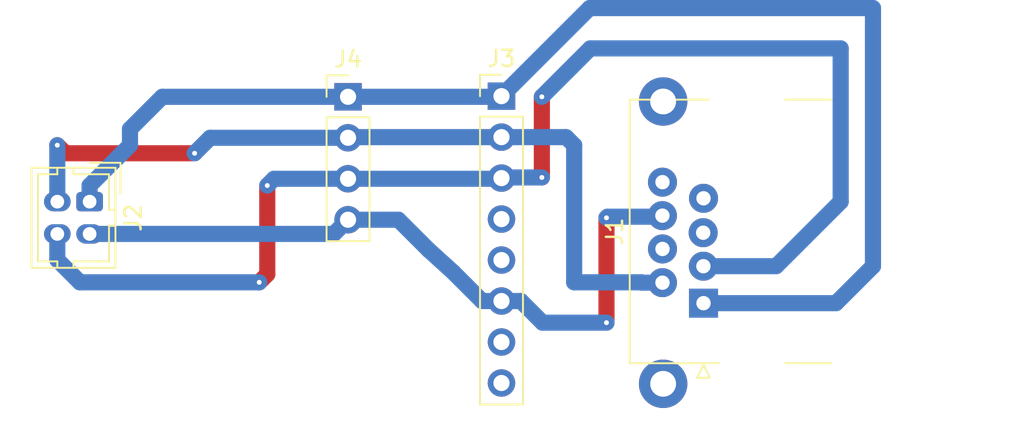
<source format=kicad_pcb>
(kicad_pcb (version 20240108) (generator "pcbnew") (generator_version "8.0")
  (layers (0 "F.Cu" signal) (31 "B.Cu" signal) (34 "B.Paste" user) (35 "F.Paste" user) (36 "B.SilkS" user "B.Silkscreen") (37 "F.SilkS" user "F.Silkscreen") (38 "B.Mask" user) (39 "F.Mask" user) (44 "Edge.Cuts" user))
  (net 0 "")
  (net 1 "/TXN")
  (net 3 "/RXN")
  (net 4 "Net-(J3-Pin_7)")
  (net 5 "Net-(J3-Pin_8)")
  (net 6 "Net-(J3-Pin_5)")
  (net 7 "/RXP")
  (net 8 "Net-(J3-Pin_4)")
  (net 9 "/TXP")
  (footprint "Connector_Hirose:Hirose_DF11-4DP-2DSA_2x02_P2.00mm_Vertical" (layer "F.Cu") (at 124.5 116 -90)
    (property "Reference" "J2" (at 1 -2.7 90) (layer "F.SilkS"))
    (property "Value" "Conn_02x02_Counter_Clockwise")
    (fp_line (start -2.1 3.6) (end 4.1 3.6) (stroke (width 0.12)) (layer "F.SilkS"))
    (fp_line (start 4.1 3.6) (end 4.1 -1.6) (stroke (width 0.12)) (layer "F.SilkS"))
    (fp_line (start -1.7 3.2) (end 3.7 3.2) (stroke (width 0.12)) (layer "F.SilkS"))
    (fp_line (start 3.7 3.2) (end 3.7 2) (stroke (width 0.12)) (layer "F.SilkS"))
    (fp_line (start -2.1 2) (end -1.7 2) (stroke (width 0.12)) (layer "F.SilkS"))
    (fp_line (start -1.7 2) (end -1.7 3.2) (stroke (width 0.12)) (layer "F.SilkS"))
    (fp_line (start 3.7 2) (end 4.1 2) (stroke (width 0.12)) (layer "F.SilkS"))
    (fp_line (start -2.1 1) (end -1.7 1) (stroke (width 0.12)) (layer "F.SilkS"))
    (fp_line (start -1.7 1) (end -1.7 -1.2) (stroke (width 0.12)) (layer "F.SilkS"))
    (fp_line (start 3.7 1) (end 3.7 -1.2) (stroke (width 0.12)) (layer "F.SilkS"))
    (fp_line (start 4.1 1) (end 3.7 1) (stroke (width 0.12)) (layer "F.SilkS"))
    (fp_line (start -2.41 0) (end -2.41 -1.91) (stroke (width 0.12)) (layer "F.SilkS"))
    (fp_line (start -1.7 -1.2) (end 0.5 -1.2) (stroke (width 0.12)) (layer "F.SilkS"))
    (fp_line (start 0.5 -1.2) (end 0.5 -1.6) (stroke (width 0.12)) (layer "F.SilkS"))
    (fp_line (start 1.5 -1.2) (end 1.5 -1.6) (stroke (width 0.12)) (layer "F.SilkS"))
    (fp_line (start 3.7 -1.2) (end 1.5 -1.2) (stroke (width 0.12)) (layer "F.SilkS"))
    (fp_line (start -2.1 -1.6) (end -2.1 3.6) (stroke (width 0.12)) (layer "F.SilkS"))
    (fp_line (start 4.1 -1.6) (end -2.1 -1.6) (stroke (width 0.12)) (layer "F.SilkS"))
    (fp_line (start -2.41 -1.91) (end -0.5 -1.91) (stroke (width 0.12)) (layer "F.SilkS"))
    (pad "1" thru_hole roundrect (at 0 0 270) (size 1.2 1.65) (drill 0.85) (layers "*.Cu" "*.Mask") (roundrect_rratio 0.208333) (net 9 "/TXP"))
    (pad "2" thru_hole oval (at 0 2 270) (size 1.2 1.65) (drill 0.85) (layers "*.Cu" "*.Mask") (net 1 "/TXN"))
    (pad "3" thru_hole oval (at 2 0 270) (size 1.2 1.65) (drill 0.85) (layers "*.Cu" "*.Mask") (net 3 "/RXN"))
    (pad "4" thru_hole oval (at 2 2 270) (size 1.2 1.65) (drill 0.85) (layers "*.Cu" "*.Mask") (net 7 "/RXP"))
  )
  (footprint "kalshagar:RJ45_HALO_HFJ11-x2450HRL_Horizontal - ALTERNATE" (layer "F.Cu") (at 162.508125 122.291342 90)
    (property "Reference" "J1" (at 4.445 -5.5 90) (layer "F.SilkS"))
    (property "Value" "8P8C_Shielded")
    (fp_line (start 12.615 -4.57) (end -3.725 -4.57) (stroke (width 0.12)) (layer "F.SilkS"))
    (fp_line (start 12.615 -4.57) (end 12.615 1.54) (stroke (width 0.12)) (layer "F.SilkS"))
    (fp_line (start -3.725 -4.57) (end -3.725 1.54) (stroke (width 0.12)) (layer "F.SilkS"))
    (fp_line (start -4.625 -0.4) (end -4.625 0.4) (stroke (width 0.12)) (layer "F.SilkS"))
    (fp_line (start -3.825 0) (end -4.625 -0.4) (stroke (width 0.12)) (layer "F.SilkS"))
    (fp_line (start -4.625 0.4) (end -3.825 0) (stroke (width 0.12)) (layer "F.SilkS"))
    (fp_line (start 12.615 7.915) (end 12.615 5.06) (stroke (width 0.12)) (layer "F.SilkS"))
    (fp_line (start -3.725 7.915) (end -3.725 5.06) (stroke (width 0.12)) (layer "F.SilkS"))
    (pad "" np_thru_hole circle (at -5 2 90) (size 3.25 3.25) (drill 3.25) (layers "*.Cu" "*.Mask"))
    (pad "" np_thru_hole circle (at 12.615 2 90) (size 3.25 3.25) (drill 3.25) (layers "*.Cu" "*.Mask"))
    (pad "1" thru_hole rect (at 0 0 90) (size 1.8 1.8) (drill 0.89) (layers "*.Cu" "*.Mask") (net 9 "/TXP"))
    (pad "2" thru_hole circle (at 1.27 -2.54 90) (size 1.8 1.8) (drill 0.89) (layers "*.Cu" "*.Mask") (net 1 "/TXN"))
    (pad "3" thru_hole circle (at 2.291342 -0.008125 90) (size 1.8 1.8) (drill 0.89) (layers "*.Cu" "*.Mask") (net 7 "/RXP"))
    (pad "4" thru_hole circle (at 3.360731 -2.54 90) (size 1.8 1.8) (drill 0.89) (layers "*.Cu" "*.Mask") (net 8 "Net-(J3-Pin_4)"))
    (pad "5" thru_hole circle (at 4.366994 -0.021097 90) (size 1.8 1.8) (drill 0.89) (layers "*.Cu" "*.Mask") (net 6 "Net-(J3-Pin_5)"))
    (pad "6" thru_hole circle (at 5.425272 -2.545044 90) (size 1.8 1.8) (drill 0.89) (layers "*.Cu" "*.Mask") (net 3 "/RXN"))
    (pad "7" thru_hole circle (at 6.5 0 90) (size 1.8 1.8) (drill 0.89) (layers "*.Cu" "*.Mask") (net 4 "Net-(J3-Pin_7)"))
    (pad "8" thru_hole circle (at 7.5 -2.54 90) (size 1.8 1.8) (drill 0.89) (layers "*.Cu" "*.Mask") (net 5 "Net-(J3-Pin_8)"))
    (pad "SH" thru_hole circle (at -5 -2.5 90) (size 3 3) (drill 1.6) (layers "*.Cu" "*.Mask"))
    (pad "SH" thru_hole circle (at 12.5 -2.5 90) (size 3 3) (drill 1.6) (layers "*.Cu" "*.Mask"))
  )
  (footprint "Connector_PinHeader_2.54mm:PinHeader_1x04_P2.54mm_Vertical" (layer "F.Cu") (at 140.5 109.5)
    (property "Reference" "J4" (at 0 -2.33 0) (layer "F.SilkS"))
    (property "Value" "Conn_01x04")
    (fp_line (start -1.33 -1.33) (end 0 -1.33) (stroke (width 0.12)) (layer "F.SilkS"))
    (fp_line (start -1.33 0) (end -1.33 -1.33) (stroke (width 0.12)) (layer "F.SilkS"))
    (fp_line (start -1.33 1.27) (end -1.33 8.95) (stroke (width 0.12)) (layer "F.SilkS"))
    (fp_line (start -1.33 1.27) (end 1.33 1.27) (stroke (width 0.12)) (layer "F.SilkS"))
    (fp_line (start -1.33 8.95) (end 1.33 8.95) (stroke (width 0.12)) (layer "F.SilkS"))
    (fp_line (start 1.33 1.27) (end 1.33 8.95) (stroke (width 0.12)) (layer "F.SilkS"))
    (pad "1" thru_hole rect (at 0 0) (size 1.7 1.7) (drill 1) (layers "*.Cu" "*.Mask") (net 9 "/TXP"))
    (pad "2" thru_hole oval (at 0 2.54) (size 1.7 1.7) (drill 1) (layers "*.Cu" "*.Mask") (net 1 "/TXN"))
    (pad "3" thru_hole oval (at 0 5.08) (size 1.7 1.7) (drill 1) (layers "*.Cu" "*.Mask") (net 7 "/RXP"))
    (pad "4" thru_hole oval (at 0 7.62) (size 1.7 1.7) (drill 1) (layers "*.Cu" "*.Mask") (net 3 "/RXN"))
  )
  (footprint "Connector_PinHeader_2.54mm:PinHeader_1x08_P2.54mm_Vertical" (layer "F.Cu") (at 150 109.46)
    (property "Reference" "J3" (at 0 -2.33 0) (layer "F.SilkS"))
    (property "Value" "Conn_01x08")
    (fp_line (start -1.33 -1.33) (end 0 -1.33) (stroke (width 0.12)) (layer "F.SilkS"))
    (fp_line (start -1.33 0) (end -1.33 -1.33) (stroke (width 0.12)) (layer "F.SilkS"))
    (fp_line (start -1.33 1.27) (end -1.33 19.11) (stroke (width 0.12)) (layer "F.SilkS"))
    (fp_line (start -1.33 1.27) (end 1.33 1.27) (stroke (width 0.12)) (layer "F.SilkS"))
    (fp_line (start -1.33 19.11) (end 1.33 19.11) (stroke (width 0.12)) (layer "F.SilkS"))
    (fp_line (start 1.33 1.27) (end 1.33 19.11) (stroke (width 0.12)) (layer "F.SilkS"))
    (pad "1" thru_hole rect (at 0 0) (size 1.7 1.7) (drill 1) (layers "*.Cu" "*.Mask") (net 9 "/TXP"))
    (pad "2" thru_hole oval (at 0 2.54) (size 1.7 1.7) (drill 1) (layers "*.Cu" "*.Mask") (net 1 "/TXN"))
    (pad "3" thru_hole oval (at 0 5.08) (size 1.7 1.7) (drill 1) (layers "*.Cu" "*.Mask") (net 7 "/RXP"))
    (pad "4" thru_hole oval (at 0 7.62) (size 1.7 1.7) (drill 1) (layers "*.Cu" "*.Mask") (net 8 "Net-(J3-Pin_4)"))
    (pad "5" thru_hole oval (at 0 10.16) (size 1.7 1.7) (drill 1) (layers "*.Cu" "*.Mask") (net 6 "Net-(J3-Pin_5)"))
    (pad "6" thru_hole oval (at 0 12.7) (size 1.7 1.7) (drill 1) (layers "*.Cu" "*.Mask") (net 3 "/RXN"))
    (pad "7" thru_hole oval (at 0 15.24) (size 1.7 1.7) (drill 1) (layers "*.Cu" "*.Mask") (net 4 "Net-(J3-Pin_7)"))
    (pad "8" thru_hole oval (at 0 17.78) (size 1.7 1.7) (drill 1) (layers "*.Cu" "*.Mask") (net 5 "Net-(J3-Pin_8)"))
  )
  (segment (start 123 113) (end 122.5 112.5) (width 1) (layer "F.Cu") (net 1))
  (segment (start 131 113) (end 123 113) (width 1) (layer "F.Cu") (net 1))
  (via (at 122.5 112.5) (size 0.6) (drill 0.3) (layers "F.Cu" "B.Cu") (net 1))
  (via (at 131 113) (size 0.6) (drill 0.3) (layers "F.Cu" "B.Cu") (net 1))
  (segment (start 150 112) (end 140.54 112) (width 1) (layer "B.Cu") (net 1))
  (segment (start 159.968125 121.021342) (end 158.695333 121.021342) (width 1) (layer "B.Cu") (net 1))
  (segment (start 154.5 121) (end 154.5 112.5) (width 1) (layer "B.Cu") (net 1))
  (segment (start 122.5 112.5) (end 122.5 116) (width 1) (layer "B.Cu") (net 1))
  (segment (start 154.5 112.5) (end 154 112) (width 1) (layer "B.Cu") (net 1))
  (segment (start 140.54 112) (end 140.5 112.04) (width 1) (layer "B.Cu") (net 1))
  (segment (start 158.673991 121) (end 154.5 121) (width 1) (layer "B.Cu") (net 1))
  (segment (start 140.5 112.04) (end 131.96 112.04) (width 1) (layer "B.Cu") (net 1))
  (segment (start 158.695333 121.021342) (end 158.673991 121) (width 1) (layer "B.Cu") (net 1))
  (segment (start 154 112) (end 150 112) (width 1) (layer "B.Cu") (net 1))
  (segment (start 131.96 112.04) (end 131 113) (width 1) (layer "B.Cu") (net 1))
  (segment (start 156.5 117) (end 156.5 123.5) (width 1) (layer "F.Cu") (net 3))
  (via (at 156.5 123.5) (size 0.6) (drill 0.3) (layers "F.Cu" "B.Cu") (net 3))
  (via (at 156.5 117) (size 0.6) (drill 0.3) (layers "F.Cu" "B.Cu") (net 3))
  (segment (start 147 120.362081) (end 148.797919 122.16) (width 1) (layer "B.Cu") (net 3))
  (segment (start 139.62 118) (end 124.5 118) (width 1) (layer "B.Cu") (net 3))
  (segment (start 151.202081 122.16) (end 150 122.16) (width 1) (layer "B.Cu") (net 3))
  (segment (start 148.797919 122.16) (end 150 122.16) (width 1) (layer "B.Cu") (net 3))
  (segment (start 159.963081 116.930611) (end 160 116.930611) (width 1) (layer "B.Cu") (net 3))
  (segment (start 145.5 119) (end 147 120.362081) (width 1) (layer "B.Cu") (net 3))
  (segment (start 159.963081 116.86607) (end 159.963081 116.930611) (width 1) (layer "B.Cu") (net 3))
  (segment (start 160 116.930611) (end 156.569389 116.930611) (width 1) (layer "B.Cu") (net 3))
  (segment (start 152.542081 123.5) (end 151.202081 122.16) (width 1) (layer "B.Cu") (net 3))
  (segment (start 143.62 117.12) (end 145.5 119) (width 1) (layer "B.Cu") (net 3))
  (segment (start 140.5 117.12) (end 143.62 117.12) (width 1) (layer "B.Cu") (net 3))
  (segment (start 156.5 123.5) (end 152.542081 123.5) (width 1) (layer "B.Cu") (net 3))
  (segment (start 156.569389 116.930611) (end 156.5 117) (width 1) (layer "B.Cu") (net 3))
  (segment (start 140.5 117.12) (end 139.62 118) (width 1) (layer "B.Cu") (net 3))
  (segment (start 135.5 115) (end 135.5 120.5) (width 1) (layer "F.Cu") (net 7))
  (segment (start 152.5 109.5) (end 152.5 114.5) (width 1) (layer "F.Cu") (net 7))
  (segment (start 135.5 120.5) (end 135 121) (width 1) (layer "F.Cu") (net 7))
  (via (at 152.5 109.5) (size 0.6) (drill 0.3) (layers "F.Cu" "B.Cu") (net 7))
  (via (at 135.5 115) (size 0.6) (drill 0.3) (layers "F.Cu" "B.Cu") (net 7))
  (via (at 152.5 114.5) (size 0.6) (drill 0.3) (layers "F.Cu" "B.Cu") (net 7))
  (via (at 135 121) (size 0.6) (drill 0.3) (layers "F.Cu" "B.Cu") (net 7))
  (segment (start 140.5 114.58) (end 149.96 114.58) (width 1) (layer "B.Cu") (net 7))
  (segment (start 149.96 114.58) (end 150 114.54) (width 1) (layer "B.Cu") (net 7))
  (segment (start 140.5 114.58) (end 135.92 114.58) (width 1) (layer "B.Cu") (net 7))
  (segment (start 167 120) (end 162.5 120) (width 1) (layer "B.Cu") (net 7))
  (segment (start 135.92 114.58) (end 135.5 115) (width 1) (layer "B.Cu") (net 7))
  (segment (start 122.5 119.6) (end 122.5 118) (width 1) (layer "B.Cu") (net 7))
  (segment (start 171 106.5) (end 171 116) (width 1) (layer "B.Cu") (net 7))
  (segment (start 152.5 114.5) (end 150.04 114.5) (width 1) (layer "B.Cu") (net 7))
  (segment (start 152.5 109.5) (end 155.5 106.5) (width 1) (layer "B.Cu") (net 7))
  (segment (start 150.04 114.5) (end 150 114.54) (width 1) (layer "B.Cu") (net 7))
  (segment (start 135 121) (end 123.9 121) (width 1) (layer "B.Cu") (net 7))
  (segment (start 171 116) (end 167 120) (width 1) (layer "B.Cu") (net 7))
  (segment (start 155.5 106.5) (end 171 106.5) (width 1) (layer "B.Cu") (net 7))
  (segment (start 123.9 121) (end 122.5 119.6) (width 1) (layer "B.Cu") (net 7))
  (segment (start 155.46 104) (end 150 109.46) (width 1) (layer "B.Cu") (net 9))
  (segment (start 124.5 115) (end 124.5 116) (width 1) (layer "B.Cu") (net 9))
  (segment (start 149.96 109.5) (end 150 109.46) (width 1) (layer "B.Cu") (net 9))
  (segment (start 127 112.5) (end 124.5 115) (width 1) (layer "B.Cu") (net 9))
  (segment (start 162.508125 122.291342) (end 170.708658 122.291342) (width 1) (layer "B.Cu") (net 9))
  (segment (start 173 120) (end 173 104) (width 1) (layer "B.Cu") (net 9))
  (segment (start 140.5 109.5) (end 149.96 109.5) (width 1) (layer "B.Cu") (net 9))
  (segment (start 170.708658 122.291342) (end 173 120) (width 1) (layer "B.Cu") (net 9))
  (segment (start 129 109.5) (end 127 111.5) (width 1) (layer "B.Cu") (net 9))
  (segment (start 173 104) (end 155.46 104) (width 1) (layer "B.Cu") (net 9))
  (segment (start 140.5 109.5) (end 129 109.5) (width 1) (layer "B.Cu") (net 9))
  (segment (start 127 111.5) (end 127 112.5) (width 1) (layer "B.Cu") (net 9))
)
</source>
